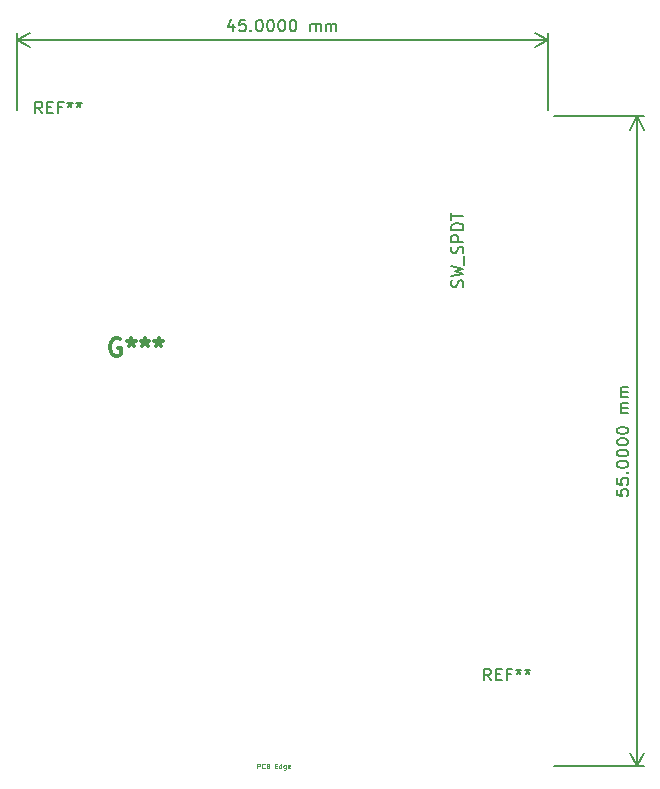
<source format=gbr>
%TF.GenerationSoftware,KiCad,Pcbnew,(6.0.2-0)*%
%TF.CreationDate,2022-04-22T19:08:35+09:30*%
%TF.ProjectId,scrambler,73637261-6d62-46c6-9572-2e6b69636164,1.0*%
%TF.SameCoordinates,Original*%
%TF.FileFunction,OtherDrawing,Comment*%
%FSLAX46Y46*%
G04 Gerber Fmt 4.6, Leading zero omitted, Abs format (unit mm)*
G04 Created by KiCad (PCBNEW (6.0.2-0)) date 2022-04-22 19:08:35*
%MOMM*%
%LPD*%
G01*
G04 APERTURE LIST*
%ADD10C,0.150000*%
%ADD11C,0.300000*%
%ADD12C,0.040000*%
G04 APERTURE END LIST*
D10*
X80942380Y-63735238D02*
X80942380Y-64211428D01*
X81418571Y-64259047D01*
X81370952Y-64211428D01*
X81323333Y-64116190D01*
X81323333Y-63878095D01*
X81370952Y-63782857D01*
X81418571Y-63735238D01*
X81513809Y-63687619D01*
X81751904Y-63687619D01*
X81847142Y-63735238D01*
X81894761Y-63782857D01*
X81942380Y-63878095D01*
X81942380Y-64116190D01*
X81894761Y-64211428D01*
X81847142Y-64259047D01*
X80942380Y-62782857D02*
X80942380Y-63259047D01*
X81418571Y-63306666D01*
X81370952Y-63259047D01*
X81323333Y-63163809D01*
X81323333Y-62925714D01*
X81370952Y-62830476D01*
X81418571Y-62782857D01*
X81513809Y-62735238D01*
X81751904Y-62735238D01*
X81847142Y-62782857D01*
X81894761Y-62830476D01*
X81942380Y-62925714D01*
X81942380Y-63163809D01*
X81894761Y-63259047D01*
X81847142Y-63306666D01*
X81847142Y-62306666D02*
X81894761Y-62259047D01*
X81942380Y-62306666D01*
X81894761Y-62354285D01*
X81847142Y-62306666D01*
X81942380Y-62306666D01*
X80942380Y-61640000D02*
X80942380Y-61544761D01*
X80990000Y-61449523D01*
X81037619Y-61401904D01*
X81132857Y-61354285D01*
X81323333Y-61306666D01*
X81561428Y-61306666D01*
X81751904Y-61354285D01*
X81847142Y-61401904D01*
X81894761Y-61449523D01*
X81942380Y-61544761D01*
X81942380Y-61640000D01*
X81894761Y-61735238D01*
X81847142Y-61782857D01*
X81751904Y-61830476D01*
X81561428Y-61878095D01*
X81323333Y-61878095D01*
X81132857Y-61830476D01*
X81037619Y-61782857D01*
X80990000Y-61735238D01*
X80942380Y-61640000D01*
X80942380Y-60687619D02*
X80942380Y-60592380D01*
X80990000Y-60497142D01*
X81037619Y-60449523D01*
X81132857Y-60401904D01*
X81323333Y-60354285D01*
X81561428Y-60354285D01*
X81751904Y-60401904D01*
X81847142Y-60449523D01*
X81894761Y-60497142D01*
X81942380Y-60592380D01*
X81942380Y-60687619D01*
X81894761Y-60782857D01*
X81847142Y-60830476D01*
X81751904Y-60878095D01*
X81561428Y-60925714D01*
X81323333Y-60925714D01*
X81132857Y-60878095D01*
X81037619Y-60830476D01*
X80990000Y-60782857D01*
X80942380Y-60687619D01*
X80942380Y-59735238D02*
X80942380Y-59640000D01*
X80990000Y-59544761D01*
X81037619Y-59497142D01*
X81132857Y-59449523D01*
X81323333Y-59401904D01*
X81561428Y-59401904D01*
X81751904Y-59449523D01*
X81847142Y-59497142D01*
X81894761Y-59544761D01*
X81942380Y-59640000D01*
X81942380Y-59735238D01*
X81894761Y-59830476D01*
X81847142Y-59878095D01*
X81751904Y-59925714D01*
X81561428Y-59973333D01*
X81323333Y-59973333D01*
X81132857Y-59925714D01*
X81037619Y-59878095D01*
X80990000Y-59830476D01*
X80942380Y-59735238D01*
X80942380Y-58782857D02*
X80942380Y-58687619D01*
X80990000Y-58592380D01*
X81037619Y-58544761D01*
X81132857Y-58497142D01*
X81323333Y-58449523D01*
X81561428Y-58449523D01*
X81751904Y-58497142D01*
X81847142Y-58544761D01*
X81894761Y-58592380D01*
X81942380Y-58687619D01*
X81942380Y-58782857D01*
X81894761Y-58878095D01*
X81847142Y-58925714D01*
X81751904Y-58973333D01*
X81561428Y-59020952D01*
X81323333Y-59020952D01*
X81132857Y-58973333D01*
X81037619Y-58925714D01*
X80990000Y-58878095D01*
X80942380Y-58782857D01*
X81942380Y-57259047D02*
X81275714Y-57259047D01*
X81370952Y-57259047D02*
X81323333Y-57211428D01*
X81275714Y-57116190D01*
X81275714Y-56973333D01*
X81323333Y-56878095D01*
X81418571Y-56830476D01*
X81942380Y-56830476D01*
X81418571Y-56830476D02*
X81323333Y-56782857D01*
X81275714Y-56687619D01*
X81275714Y-56544761D01*
X81323333Y-56449523D01*
X81418571Y-56401904D01*
X81942380Y-56401904D01*
X81942380Y-55925714D02*
X81275714Y-55925714D01*
X81370952Y-55925714D02*
X81323333Y-55878095D01*
X81275714Y-55782857D01*
X81275714Y-55640000D01*
X81323333Y-55544761D01*
X81418571Y-55497142D01*
X81942380Y-55497142D01*
X81418571Y-55497142D02*
X81323333Y-55449523D01*
X81275714Y-55354285D01*
X81275714Y-55211428D01*
X81323333Y-55116190D01*
X81418571Y-55068571D01*
X81942380Y-55068571D01*
X75640000Y-87140000D02*
X83226420Y-87140000D01*
X75640000Y-32140000D02*
X83226420Y-32140000D01*
X82640000Y-87140000D02*
X82640000Y-32140000D01*
X82640000Y-87140000D02*
X82640000Y-32140000D01*
X82640000Y-87140000D02*
X83226421Y-86013496D01*
X82640000Y-87140000D02*
X82053579Y-86013496D01*
X82640000Y-32140000D02*
X82053579Y-33266504D01*
X82640000Y-32140000D02*
X83226421Y-33266504D01*
X48497142Y-24275714D02*
X48497142Y-24942380D01*
X48259047Y-23894761D02*
X48020952Y-24609047D01*
X48639999Y-24609047D01*
X49497142Y-23942380D02*
X49020952Y-23942380D01*
X48973333Y-24418571D01*
X49020952Y-24370952D01*
X49116190Y-24323333D01*
X49354285Y-24323333D01*
X49449523Y-24370952D01*
X49497142Y-24418571D01*
X49544761Y-24513809D01*
X49544761Y-24751904D01*
X49497142Y-24847142D01*
X49449523Y-24894761D01*
X49354285Y-24942380D01*
X49116190Y-24942380D01*
X49020952Y-24894761D01*
X48973333Y-24847142D01*
X49973333Y-24847142D02*
X50020952Y-24894761D01*
X49973333Y-24942380D01*
X49925714Y-24894761D01*
X49973333Y-24847142D01*
X49973333Y-24942380D01*
X50639999Y-23942380D02*
X50735238Y-23942380D01*
X50830476Y-23990000D01*
X50878095Y-24037619D01*
X50925714Y-24132857D01*
X50973333Y-24323333D01*
X50973333Y-24561428D01*
X50925714Y-24751904D01*
X50878095Y-24847142D01*
X50830476Y-24894761D01*
X50735238Y-24942380D01*
X50639999Y-24942380D01*
X50544761Y-24894761D01*
X50497142Y-24847142D01*
X50449523Y-24751904D01*
X50401904Y-24561428D01*
X50401904Y-24323333D01*
X50449523Y-24132857D01*
X50497142Y-24037619D01*
X50544761Y-23990000D01*
X50639999Y-23942380D01*
X51592380Y-23942380D02*
X51687619Y-23942380D01*
X51782857Y-23990000D01*
X51830476Y-24037619D01*
X51878095Y-24132857D01*
X51925714Y-24323333D01*
X51925714Y-24561428D01*
X51878095Y-24751904D01*
X51830476Y-24847142D01*
X51782857Y-24894761D01*
X51687619Y-24942380D01*
X51592380Y-24942380D01*
X51497142Y-24894761D01*
X51449523Y-24847142D01*
X51401904Y-24751904D01*
X51354285Y-24561428D01*
X51354285Y-24323333D01*
X51401904Y-24132857D01*
X51449523Y-24037619D01*
X51497142Y-23990000D01*
X51592380Y-23942380D01*
X52544761Y-23942380D02*
X52639999Y-23942380D01*
X52735238Y-23990000D01*
X52782857Y-24037619D01*
X52830476Y-24132857D01*
X52878095Y-24323333D01*
X52878095Y-24561428D01*
X52830476Y-24751904D01*
X52782857Y-24847142D01*
X52735238Y-24894761D01*
X52639999Y-24942380D01*
X52544761Y-24942380D01*
X52449523Y-24894761D01*
X52401904Y-24847142D01*
X52354285Y-24751904D01*
X52306666Y-24561428D01*
X52306666Y-24323333D01*
X52354285Y-24132857D01*
X52401904Y-24037619D01*
X52449523Y-23990000D01*
X52544761Y-23942380D01*
X53497142Y-23942380D02*
X53592380Y-23942380D01*
X53687619Y-23990000D01*
X53735238Y-24037619D01*
X53782857Y-24132857D01*
X53830476Y-24323333D01*
X53830476Y-24561428D01*
X53782857Y-24751904D01*
X53735238Y-24847142D01*
X53687619Y-24894761D01*
X53592380Y-24942380D01*
X53497142Y-24942380D01*
X53401904Y-24894761D01*
X53354285Y-24847142D01*
X53306666Y-24751904D01*
X53259047Y-24561428D01*
X53259047Y-24323333D01*
X53306666Y-24132857D01*
X53354285Y-24037619D01*
X53401904Y-23990000D01*
X53497142Y-23942380D01*
X55020952Y-24942380D02*
X55020952Y-24275714D01*
X55020952Y-24370952D02*
X55068571Y-24323333D01*
X55163809Y-24275714D01*
X55306666Y-24275714D01*
X55401904Y-24323333D01*
X55449523Y-24418571D01*
X55449523Y-24942380D01*
X55449523Y-24418571D02*
X55497142Y-24323333D01*
X55592380Y-24275714D01*
X55735238Y-24275714D01*
X55830476Y-24323333D01*
X55878095Y-24418571D01*
X55878095Y-24942380D01*
X56354285Y-24942380D02*
X56354285Y-24275714D01*
X56354285Y-24370952D02*
X56401904Y-24323333D01*
X56497142Y-24275714D01*
X56640000Y-24275714D01*
X56735238Y-24323333D01*
X56782857Y-24418571D01*
X56782857Y-24942380D01*
X56782857Y-24418571D02*
X56830476Y-24323333D01*
X56925714Y-24275714D01*
X57068571Y-24275714D01*
X57163809Y-24323333D01*
X57211428Y-24418571D01*
X57211428Y-24942380D01*
X75140000Y-31640000D02*
X75140000Y-25053580D01*
X30140000Y-31640000D02*
X30140000Y-25053580D01*
X75140000Y-25640000D02*
X30140000Y-25640000D01*
X75140000Y-25640000D02*
X30140000Y-25640000D01*
X75140000Y-25640000D02*
X74013496Y-25053579D01*
X75140000Y-25640000D02*
X74013496Y-26226421D01*
X30140000Y-25640000D02*
X31266504Y-26226421D01*
X30140000Y-25640000D02*
X31266504Y-25053579D01*
D11*
%TO.C,G\u002A\u002A\u002A*%
X38907428Y-50988000D02*
X38762285Y-50915428D01*
X38544571Y-50915428D01*
X38326857Y-50988000D01*
X38181714Y-51133142D01*
X38109142Y-51278285D01*
X38036571Y-51568571D01*
X38036571Y-51786285D01*
X38109142Y-52076571D01*
X38181714Y-52221714D01*
X38326857Y-52366857D01*
X38544571Y-52439428D01*
X38689714Y-52439428D01*
X38907428Y-52366857D01*
X38980000Y-52294285D01*
X38980000Y-51786285D01*
X38689714Y-51786285D01*
X39850857Y-50915428D02*
X39850857Y-51278285D01*
X39488000Y-51133142D02*
X39850857Y-51278285D01*
X40213714Y-51133142D01*
X39633142Y-51568571D02*
X39850857Y-51278285D01*
X40068571Y-51568571D01*
X41012000Y-50915428D02*
X41012000Y-51278285D01*
X40649142Y-51133142D02*
X41012000Y-51278285D01*
X41374857Y-51133142D01*
X40794285Y-51568571D02*
X41012000Y-51278285D01*
X41229714Y-51568571D01*
X42173142Y-50915428D02*
X42173142Y-51278285D01*
X41810285Y-51133142D02*
X42173142Y-51278285D01*
X42536000Y-51133142D01*
X41955428Y-51568571D02*
X42173142Y-51278285D01*
X42390857Y-51568571D01*
D10*
%TO.C,REF\u002A\u002A*%
X70306666Y-79892380D02*
X69973333Y-79416190D01*
X69735238Y-79892380D02*
X69735238Y-78892380D01*
X70116190Y-78892380D01*
X70211428Y-78940000D01*
X70259047Y-78987619D01*
X70306666Y-79082857D01*
X70306666Y-79225714D01*
X70259047Y-79320952D01*
X70211428Y-79368571D01*
X70116190Y-79416190D01*
X69735238Y-79416190D01*
X70735238Y-79368571D02*
X71068571Y-79368571D01*
X71211428Y-79892380D02*
X70735238Y-79892380D01*
X70735238Y-78892380D01*
X71211428Y-78892380D01*
X71973333Y-79368571D02*
X71640000Y-79368571D01*
X71640000Y-79892380D02*
X71640000Y-78892380D01*
X72116190Y-78892380D01*
X72640000Y-78892380D02*
X72640000Y-79130476D01*
X72401904Y-79035238D02*
X72640000Y-79130476D01*
X72878095Y-79035238D01*
X72497142Y-79320952D02*
X72640000Y-79130476D01*
X72782857Y-79320952D01*
X73401904Y-78892380D02*
X73401904Y-79130476D01*
X73163809Y-79035238D02*
X73401904Y-79130476D01*
X73640000Y-79035238D01*
X73259047Y-79320952D02*
X73401904Y-79130476D01*
X73544761Y-79320952D01*
%TO.C,SW2*%
X67904761Y-46595238D02*
X67952380Y-46452380D01*
X67952380Y-46214285D01*
X67904761Y-46119047D01*
X67857142Y-46071428D01*
X67761904Y-46023809D01*
X67666666Y-46023809D01*
X67571428Y-46071428D01*
X67523809Y-46119047D01*
X67476190Y-46214285D01*
X67428571Y-46404761D01*
X67380952Y-46500000D01*
X67333333Y-46547619D01*
X67238095Y-46595238D01*
X67142857Y-46595238D01*
X67047619Y-46547619D01*
X67000000Y-46500000D01*
X66952380Y-46404761D01*
X66952380Y-46166666D01*
X67000000Y-46023809D01*
X66952380Y-45690476D02*
X67952380Y-45452380D01*
X67238095Y-45261904D01*
X67952380Y-45071428D01*
X66952380Y-44833333D01*
X68047619Y-44690476D02*
X68047619Y-43928571D01*
X67904761Y-43738095D02*
X67952380Y-43595238D01*
X67952380Y-43357142D01*
X67904761Y-43261904D01*
X67857142Y-43214285D01*
X67761904Y-43166666D01*
X67666666Y-43166666D01*
X67571428Y-43214285D01*
X67523809Y-43261904D01*
X67476190Y-43357142D01*
X67428571Y-43547619D01*
X67380952Y-43642857D01*
X67333333Y-43690476D01*
X67238095Y-43738095D01*
X67142857Y-43738095D01*
X67047619Y-43690476D01*
X67000000Y-43642857D01*
X66952380Y-43547619D01*
X66952380Y-43309523D01*
X67000000Y-43166666D01*
X67952380Y-42738095D02*
X66952380Y-42738095D01*
X66952380Y-42357142D01*
X67000000Y-42261904D01*
X67047619Y-42214285D01*
X67142857Y-42166666D01*
X67285714Y-42166666D01*
X67380952Y-42214285D01*
X67428571Y-42261904D01*
X67476190Y-42357142D01*
X67476190Y-42738095D01*
X67952380Y-41738095D02*
X66952380Y-41738095D01*
X66952380Y-41500000D01*
X67000000Y-41357142D01*
X67095238Y-41261904D01*
X67190476Y-41214285D01*
X67380952Y-41166666D01*
X67523809Y-41166666D01*
X67714285Y-41214285D01*
X67809523Y-41261904D01*
X67904761Y-41357142D01*
X67952380Y-41500000D01*
X67952380Y-41738095D01*
X66952380Y-40880952D02*
X66952380Y-40309523D01*
X67952380Y-40595238D02*
X66952380Y-40595238D01*
D12*
%TO.C,J3*%
X50518571Y-87340952D02*
X50518571Y-86940952D01*
X50670952Y-86940952D01*
X50709047Y-86960000D01*
X50728095Y-86979047D01*
X50747142Y-87017142D01*
X50747142Y-87074285D01*
X50728095Y-87112380D01*
X50709047Y-87131428D01*
X50670952Y-87150476D01*
X50518571Y-87150476D01*
X51147142Y-87302857D02*
X51128095Y-87321904D01*
X51070952Y-87340952D01*
X51032857Y-87340952D01*
X50975714Y-87321904D01*
X50937619Y-87283809D01*
X50918571Y-87245714D01*
X50899523Y-87169523D01*
X50899523Y-87112380D01*
X50918571Y-87036190D01*
X50937619Y-86998095D01*
X50975714Y-86960000D01*
X51032857Y-86940952D01*
X51070952Y-86940952D01*
X51128095Y-86960000D01*
X51147142Y-86979047D01*
X51451904Y-87131428D02*
X51509047Y-87150476D01*
X51528095Y-87169523D01*
X51547142Y-87207619D01*
X51547142Y-87264761D01*
X51528095Y-87302857D01*
X51509047Y-87321904D01*
X51470952Y-87340952D01*
X51318571Y-87340952D01*
X51318571Y-86940952D01*
X51451904Y-86940952D01*
X51490000Y-86960000D01*
X51509047Y-86979047D01*
X51528095Y-87017142D01*
X51528095Y-87055238D01*
X51509047Y-87093333D01*
X51490000Y-87112380D01*
X51451904Y-87131428D01*
X51318571Y-87131428D01*
X52023333Y-87131428D02*
X52156666Y-87131428D01*
X52213809Y-87340952D02*
X52023333Y-87340952D01*
X52023333Y-86940952D01*
X52213809Y-86940952D01*
X52556666Y-87340952D02*
X52556666Y-86940952D01*
X52556666Y-87321904D02*
X52518571Y-87340952D01*
X52442380Y-87340952D01*
X52404285Y-87321904D01*
X52385238Y-87302857D01*
X52366190Y-87264761D01*
X52366190Y-87150476D01*
X52385238Y-87112380D01*
X52404285Y-87093333D01*
X52442380Y-87074285D01*
X52518571Y-87074285D01*
X52556666Y-87093333D01*
X52918571Y-87074285D02*
X52918571Y-87398095D01*
X52899523Y-87436190D01*
X52880476Y-87455238D01*
X52842380Y-87474285D01*
X52785238Y-87474285D01*
X52747142Y-87455238D01*
X52918571Y-87321904D02*
X52880476Y-87340952D01*
X52804285Y-87340952D01*
X52766190Y-87321904D01*
X52747142Y-87302857D01*
X52728095Y-87264761D01*
X52728095Y-87150476D01*
X52747142Y-87112380D01*
X52766190Y-87093333D01*
X52804285Y-87074285D01*
X52880476Y-87074285D01*
X52918571Y-87093333D01*
X53261428Y-87321904D02*
X53223333Y-87340952D01*
X53147142Y-87340952D01*
X53109047Y-87321904D01*
X53090000Y-87283809D01*
X53090000Y-87131428D01*
X53109047Y-87093333D01*
X53147142Y-87074285D01*
X53223333Y-87074285D01*
X53261428Y-87093333D01*
X53280476Y-87131428D01*
X53280476Y-87169523D01*
X53090000Y-87207619D01*
D10*
%TO.C,REF\u002A\u002A*%
X32306666Y-31892380D02*
X31973333Y-31416190D01*
X31735238Y-31892380D02*
X31735238Y-30892380D01*
X32116190Y-30892380D01*
X32211428Y-30940000D01*
X32259047Y-30987619D01*
X32306666Y-31082857D01*
X32306666Y-31225714D01*
X32259047Y-31320952D01*
X32211428Y-31368571D01*
X32116190Y-31416190D01*
X31735238Y-31416190D01*
X32735238Y-31368571D02*
X33068571Y-31368571D01*
X33211428Y-31892380D02*
X32735238Y-31892380D01*
X32735238Y-30892380D01*
X33211428Y-30892380D01*
X33973333Y-31368571D02*
X33640000Y-31368571D01*
X33640000Y-31892380D02*
X33640000Y-30892380D01*
X34116190Y-30892380D01*
X34640000Y-30892380D02*
X34640000Y-31130476D01*
X34401904Y-31035238D02*
X34640000Y-31130476D01*
X34878095Y-31035238D01*
X34497142Y-31320952D02*
X34640000Y-31130476D01*
X34782857Y-31320952D01*
X35401904Y-30892380D02*
X35401904Y-31130476D01*
X35163809Y-31035238D02*
X35401904Y-31130476D01*
X35640000Y-31035238D01*
X35259047Y-31320952D02*
X35401904Y-31130476D01*
X35544761Y-31320952D01*
%TD*%
M02*

</source>
